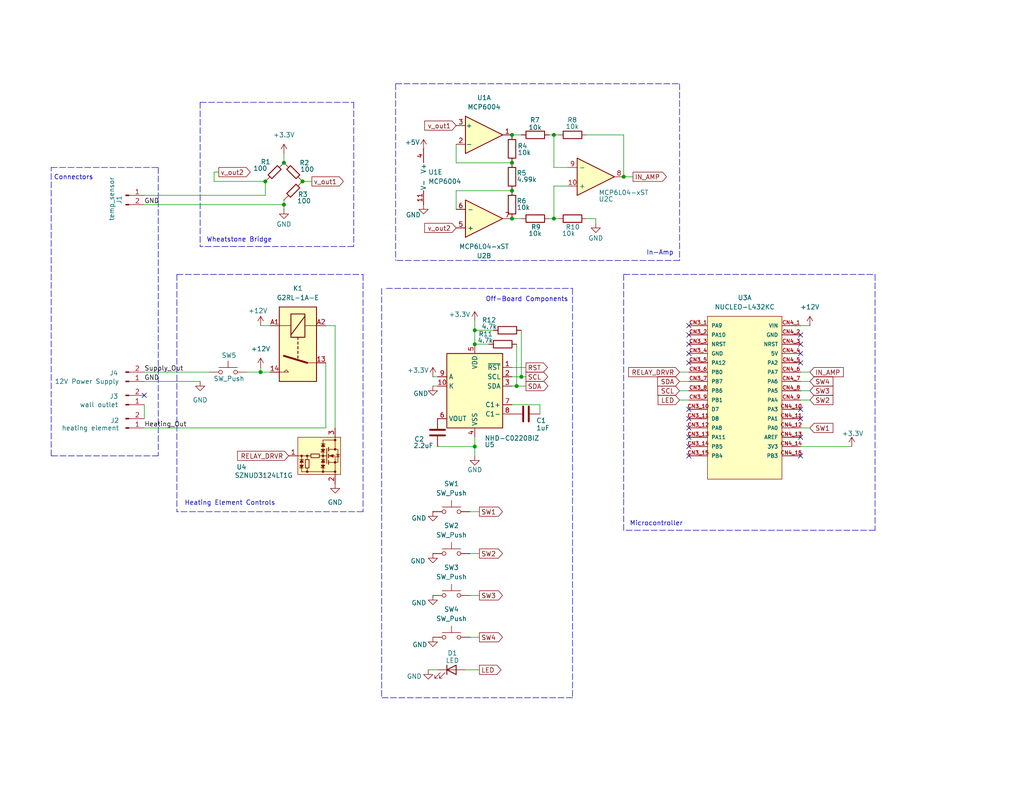
<source format=kicad_sch>
(kicad_sch (version 20250114) (generator "eeschema") (generator_version "9.0")
  (paper "A")
  (title_block (title "OvenBoard Schematic") (date "2026-01-28") (rev "1.0") (company "Formula Slug") (comment 1 "Maitreyi Patel"))
  (lib_symbols
    (symbol "Amplifier_Operational:MCP6004" (pin_names (offset 0.127))
      (property "Reference" "U" (at 0 5.08 0))
      (property "Value" "MCP6004" (at 0 -5.08 0))
      (symbol "MCP6004_1_1"
        (polyline (pts (xy -5.08 5.08) (xy 5.08 0) (xy -5.08 -5.08) (xy -5.08 5.08)) (stroke (width 0.254)) (fill (type background)))
        (pin input line (at -7.62 2.54 0) (length 2.54) (name "+") (number "3"))
        (pin input line (at -7.62 -2.54 0) (length 2.54) (name "-") (number "2"))
        (pin output line (at 7.62 0 180) (length 2.54) (name "~") (number "1"))
      )
      (symbol "MCP6004_2_1"
        (polyline (pts (xy -5.08 5.08) (xy 5.08 0) (xy -5.08 -5.08) (xy -5.08 5.08)) (stroke (width 0.254)) (fill (type background)))
        (pin input line (at -7.62 2.54 0) (length 2.54) (name "+") (number "5"))
        (pin input line (at -7.62 -2.54 0) (length 2.54) (name "-") (number "6"))
        (pin output line (at 7.62 0 180) (length 2.54) (name "~") (number "7"))
      )
      (symbol "MCP6004_3_1"
        (polyline (pts (xy -5.08 5.08) (xy 5.08 0) (xy -5.08 -5.08) (xy -5.08 5.08)) (stroke (width 0.254)) (fill (type background)))
        (pin input line (at -7.62 2.54 0) (length 2.54) (name "+") (number "10"))
        (pin input line (at -7.62 -2.54 0) (length 2.54) (name "-") (number "9"))
        (pin output line (at 7.62 0 180) (length 2.54) (name "~") (number "8"))
      )
      (symbol "MCP6004_4_1"
        (polyline (pts (xy -5.08 5.08) (xy 5.08 0) (xy -5.08 -5.08) (xy -5.08 5.08)) (stroke (width 0.254)) (fill (type background)))
        (pin input line (at -7.62 2.54 0) (length 2.54) (name "+") (number "12"))
        (pin input line (at -7.62 -2.54 0) (length 2.54) (name "-") (number "13"))
        (pin output line (at 7.62 0 180) (length 2.54) (name "~") (number "14"))
      )
      (symbol "MCP6004_5_1"
        (pin power_in line (at -2.54 7.62 270) (length 3.81) (name "V+") (number "4"))
        (pin power_in line (at -2.54 -7.62 90) (length 3.81) (name "V-") (number "11"))
      )
    )
    (symbol "Amplifier_Operational:MCP6L04-xST"
      (property "Reference" "U" (at 0 3.81 0))
      (property "Value" "MCP6L04-xST" (at 0 -3.81 0))
      (symbol "MCP6L04-xST_1_1"
        (polyline (pts (xy -5.08 5.08) (xy 5.08 0) (xy -5.08 -5.08) (xy -5.08 5.08)) (stroke (width 0.254)) (fill (type background)))
        (pin input line (at -7.62 2.54 0) (length 2.54) (name "+") (number "3"))
        (pin input line (at -7.62 -2.54 0) (length 2.54) (name "-") (number "2"))
        (pin output line (at 7.62 0 180) (length 2.54) (name "~") (number "1"))
      )
      (symbol "MCP6L04-xST_2_1"
        (polyline (pts (xy -5.08 5.08) (xy 5.08 0) (xy -5.08 -5.08) (xy -5.08 5.08)) (stroke (width 0.254)) (fill (type background)))
        (pin input line (at -7.62 2.54 0) (length 2.54) (name "+") (number "5"))
        (pin input line (at -7.62 -2.54 0) (length 2.54) (name "-") (number "6"))
        (pin output line (at 7.62 0 180) (length 2.54) (name "~") (number "7"))
      )
      (symbol "MCP6L04-xST_3_1"
        (polyline (pts (xy -5.08 5.08) (xy 5.08 0) (xy -5.08 -5.08) (xy -5.08 5.08)) (stroke (width 0.254)) (fill (type background)))
        (pin input line (at -7.62 2.54 0) (length 2.54) (name "+") (number "10"))
        (pin input line (at -7.62 -2.54 0) (length 2.54) (name "-") (number "9"))
        (pin output line (at 7.62 0 180) (length 2.54) (name "~") (number "8"))
      )
      (symbol "MCP6L04-xST_4_1"
        (polyline (pts (xy -5.08 5.08) (xy 5.08 0) (xy -5.08 -5.08) (xy -5.08 5.08)) (stroke (width 0.254)) (fill (type background)))
        (pin input line (at -7.62 2.54 0) (length 2.54) (name "+") (number "12"))
        (pin input line (at -7.62 -2.54 0) (length 2.54) (name "-") (number "13"))
        (pin output line (at 7.62 0 180) (length 2.54) (name "~") (number "14"))
      )
      (symbol "MCP6L04-xST_5_1"
        (pin power_in line (at -2.54 7.62 270) (length 3.81) (name "V+") (number "4"))
        (pin power_in line (at -2.54 -7.62 90) (length 3.81) (name "V-") (number "11"))
      )
    )
    (symbol "Connector:Conn_01x02_Pin" (pin_names (offset 1.016) (hide yes))
      (property "Reference" "J" (at 0 2.54 0))
      (property "Value" "Conn_01x02_Pin" (at 0 -5.08 0))
      (symbol "Conn_01x02_Pin_1_1"
        (rectangle (start 0.8636 0.127) (end 0 -0.127) (stroke (width 0.1524)) (fill (type outline)))
        (rectangle (start 0.8636 -2.413) (end 0 -2.667) (stroke (width 0.1524)) (fill (type outline)))
        (polyline (pts (xy 1.27 0) (xy 0.8636 0)) (stroke (width 0.1524)))
        (polyline (pts (xy 1.27 -2.54) (xy 0.8636 -2.54)) (stroke (width 0.1524)))
        (pin passive line (at 5.08 0 180) (length 3.81) (name "Pin_1") (number "1"))
        (pin passive line (at 5.08 -2.54 180) (length 3.81) (name "Pin_2") (number "2"))
      )
    )
    (symbol "Device:C" (pin_numbers (hide yes)) (pin_names (offset 0.254))
      (property "Reference" "C" (at 0.635 2.54 0))
      (property "Value" "C" (at 0.635 -2.54 0))
      (symbol "C_0_1"
        (polyline (pts (xy -2.032 0.762) (xy 2.032 0.762)) (stroke (width 0.508)))
        (polyline (pts (xy -2.032 -0.762) (xy 2.032 -0.762)) (stroke (width 0.508)))
      )
      (symbol "C_1_1"
        (pin passive line (at 0 3.81 270) (length 2.794) (name "~") (number "1"))
        (pin passive line (at 0 -3.81 90) (length 2.794) (name "~") (number "2"))
      )
    )
    (symbol "Device:LED" (pin_numbers (hide yes)) (pin_names (offset 1.016) (hide yes))
      (property "Reference" "D" (at 0 2.54 0))
      (property "Value" "LED" (at 0 -2.54 0))
      (symbol "LED_0_1"
        (polyline (pts (xy -3.048 -0.762) (xy -4.572 -2.286) (xy -3.81 -2.286) (xy -4.572 -2.286) (xy -4.572 -1.524)))
        (polyline (pts (xy -1.778 -0.762) (xy -3.302 -2.286) (xy -2.54 -2.286) (xy -3.302 -2.286) (xy -3.302 -1.524)))
        (polyline (pts (xy -1.27 0) (xy 1.27 0)))
        (polyline (pts (xy -1.27 -1.27) (xy -1.27 1.27)) (stroke (width 0.254)))
        (polyline (pts (xy 1.27 -1.27) (xy 1.27 1.27) (xy -1.27 0) (xy 1.27 -1.27)) (stroke (width 0.254)))
      )
      (symbol "LED_1_1"
        (pin passive line (at -3.81 0 0) (length 2.54) (name "K") (number "1"))
        (pin passive line (at 3.81 0 180) (length 2.54) (name "A") (number "2"))
      )
    )
    (symbol "Device:R" (pin_numbers (hide yes)) (pin_names (offset 0))
      (property "Reference" "R" (at 2.032 0 90))
      (property "Value" "R" (at 0 0 90))
      (symbol "R_0_1"
        (rectangle (start -1.016 -2.54) (end 1.016 2.54) (stroke (width 0.254)))
      )
      (symbol "R_1_1"
        (pin passive line (at 0 3.81 270) (length 1.27) (name "~") (number "1"))
        (pin passive line (at 0 -3.81 90) (length 1.27) (name "~") (number "2"))
      )
    )
    (symbol "Device:R_45deg" (pin_numbers (hide yes)) (pin_names (offset 0))
      (property "Reference" "R" (at 5.08 2.54 0))
      (property "Value" "R_45deg" (at 8.255 0.635 0))
      (symbol "R_45deg_0_1"
        (polyline (pts (xy -2.54 2.54) (xy -1.27 1.27)))
        (polyline (pts (xy 1.27 -1.27) (xy 2.54 -2.54)))
      )
      (symbol "R_45deg_1_1"
        (polyline (pts (xy -1.778 0.762) (xy 0.762 -1.778) (xy 1.778 -0.762) (xy -0.762 1.778) (xy -1.778 0.762)) (stroke (width 0.254)))
        (pin passive line (at -2.54 2.54 0) (length 0) (name "~") (number "1"))
        (pin passive line (at 2.54 -2.54 180) (length 0) (name "~") (number "2"))
      )
    )
    (symbol "Display_Character:NHD-C0220BIZ"
      (property "Reference" "U5" (at 5.4454 -19.05 90))
      (property "Value" "NHD-C0220BIZ" (at 8.763 -11.557 0))
      (symbol "NHD-C0220BIZ_0_1"
        (rectangle (start -7.62 10.16) (end 7.62 -10.16) (stroke (width 0.254)) (fill (type background)))
      )
      (symbol "NHD-C0220BIZ_1_1"
        (pin passive line (at -10.16 3.81 0) (length 2.54) (name "A") (number "9"))
        (pin passive line (at -10.16 1.27 0) (length 2.54) (name "K") (number "10"))
        (pin passive line (at -10.16 -7.62 0) (length 2.54) (name "VOUT") (number "6"))
        (pin power_in line (at 0 12.7 270) (length 2.54) (name "VDD") (number "5"))
        (pin power_in line (at 0 -12.7 90) (length 2.54) (name "VSS") (number "4"))
        (pin input line (at 10.16 6.35 180) (length 2.54) (name "~{RST}") (number "1"))
        (pin input line (at 10.16 3.81 180) (length 2.54) (name "SCL") (number "2"))
        (pin bidirectional line (at 10.16 1.27 180) (length 2.54) (name "SDA") (number "3"))
        (pin passive line (at 10.16 -3.81 180) (length 2.54) (name "C1+") (number "7"))
        (pin passive line (at 10.16 -6.35 180) (length 2.54) (name "C1-") (number "8"))
      )
    )
    (symbol "FS_4_Global_Symbol_Library:NUCLEO-L432KC" (pin_names (offset 1.016))
      (property "Reference" "U" (at -10.16 18.034 0))
      (property "Value" "NUCLEO-L432KC" (at -7.62 -25.4 0))
      (symbol "NUCLEO-L432KC_1_0"
        (rectangle (start -10.16 17.78) (end 10.16 -26.67) (stroke (width 0.1524)) (fill (type background)))
        (pin bidirectional line (at -15.24 15.24 0) (length 5.08) (name "PA9") (number "CN3_1"))
        (pin bidirectional line (at -15.24 12.7 0) (length 5.08) (name "PA10") (number "CN3_2"))
        (pin bidirectional line (at -15.24 5.08 0) (length 5.08) (name "PA12") (number "CN3_5"))
        (pin bidirectional line (at -15.24 2.54 0) (length 5.08) (name "PB0") (number "CN3_6"))
        (pin bidirectional line (at -15.24 0 0) (length 5.08) (name "PB7") (number "CN3_7"))
        (pin bidirectional line (at -15.24 -2.54 0) (length 5.08) (name "PB6") (number "CN3_8"))
        (pin bidirectional line (at -15.24 -5.08 0) (length 5.08) (name "PB1") (number "CN3_9"))
        (pin bidirectional line (at -15.24 -12.7 0) (length 5.08) (name "PA8") (number "CN3_12"))
        (pin bidirectional line (at -15.24 -15.24 0) (length 5.08) (name "PA11") (number "CN3_13"))
        (pin bidirectional line (at -15.24 -17.78 0) (length 5.08) (name "PB5") (number "CN3_14"))
        (pin bidirectional line (at -15.24 -20.32 0) (length 5.08) (name "PB4") (number "CN3_15"))
      )
      (symbol "NUCLEO-L432KC_1_1"
        (pin bidirectional line (at -15.24 10.16 0) (length 5.08) (name "NRST") (number "CN3_3"))
        (pin power_in line (at -15.24 7.62 0) (length 5.08) (name "GND") (number "CN3_4"))
        (pin bidirectional line (at -15.24 -7.62 0) (length 5.08) (name "D7") (number "CN3_10"))
        (pin bidirectional line (at -15.24 -10.16 0) (length 5.08) (name "D8") (number "CN3_11"))
        (pin power_in line (at 15.24 15.24 180) (length 5.08) (name "VIN") (number "CN4_1"))
        (pin power_in line (at 15.24 12.7 180) (length 5.08) (name "GND") (number "CN4_2"))
        (pin bidirectional line (at 15.24 10.16 180) (length 5.08) (name "NRST") (number "CN4_3"))
        (pin power_out line (at 15.24 7.62 180) (length 5.08) (name "5V") (number "CN4_4"))
        (pin bidirectional line (at 15.24 5.08 180) (length 5.08) (name "PA2") (number "CN4_5"))
        (pin bidirectional line (at 15.24 2.54 180) (length 5.08) (name "PA7") (number "CN4_6"))
        (pin bidirectional line (at 15.24 0 180) (length 5.08) (name "PA6") (number "CN4_7"))
        (pin bidirectional line (at 15.24 -2.54 180) (length 5.08) (name "PA5") (number "CN4_8"))
        (pin bidirectional line (at 15.24 -5.08 180) (length 5.08) (name "PA4") (number "CN4_9"))
        (pin bidirectional line (at 15.24 -7.62 180) (length 5.08) (name "PA3") (number "CN4_10"))
        (pin bidirectional line (at 15.24 -10.16 180) (length 5.08) (name "PA1") (number "CN4_11"))
        (pin bidirectional line (at 15.24 -12.7 180) (length 5.08) (name "PA0") (number "CN4_12"))
        (pin bidirectional line (at 15.24 -15.24 180) (length 5.08) (name "AREF") (number "CN4_13"))
        (pin power_out line (at 15.24 -17.78 180) (length 5.08) (name "3V3") (number "CN4_14"))
        (pin bidirectional line (at 15.24 -20.32 180) (length 5.08) (name "PB3") (number "CN4_15"))
      )
      (symbol "NUCLEO-L432KC_2_0"
        (rectangle (start -10.16 -17.78) (end 10.16 17.78) (stroke (width 0.1524)) (fill (type background)))
        (text "CN4" (at -10.16 18.542 0) (effects (font (size 1.778 1.778)) (justify left bottom)))
        (pin input line (at -15.24 7.62 0) (length 5.08) (name "VIN") (number "CN4_1"))
        (pin bidirectional line (at -15.24 2.54 0) (length 5.08) (name "NRST_CN4") (number "CN4_3"))
        (pin bidirectional line (at -15.24 -2.54 0) (length 5.08) (name "PA0") (number "CN4_12"))
        (pin bidirectional line (at -15.24 -5.08 0) (length 5.08) (name "PA1") (number "CN4_11"))
        (pin bidirectional line (at -15.24 -7.62 0) (length 5.08) (name "PA2") (number "CN4_5"))
        (pin bidirectional line (at -15.24 -10.16 0) (length 5.08) (name "PA3") (number "CN4_10"))
        (pin power_in line (at 15.24 15.24 180) (length 5.08) (name "+5V") (number "CN4_4"))
        (pin power_in line (at 15.24 12.7 180) (length 5.08) (name "+3V3") (number "CN4_14"))
        (pin bidirectional line (at 15.24 7.62 180) (length 5.08) (name "AREF") (number "CN4_13"))
        (pin bidirectional line (at 15.24 2.54 180) (length 5.08) (name "PB3") (number "CN4_15"))
        (pin bidirectional line (at 15.24 -2.54 180) (length 5.08) (name "PA4") (number "CN4_9"))
        (pin bidirectional line (at 15.24 -5.08 180) (length 5.08) (name "PA5") (number "CN4_8"))
        (pin bidirectional line (at 15.24 -7.62 180) (length 5.08) (name "PA6") (number "CN4_7"))
        (pin bidirectional line (at 15.24 -10.16 180) (length 5.08) (name "PA7") (number "CN4_6"))
        (pin power_in line (at 15.24 -15.24 180) (length 5.08) (name "GND_CN4") (number "CN4_2"))
      )
      (symbol "NUCLEO-L432KC_2_1"
        (pin bidirectional line (at 17.78 6.35 180) (length 5.08) (name "PA2") (number "-UB"))
      )
    )
    (symbol "FS_4_Global_Symbol_Library:SZNUD3124LT1G" (pin_names (offset 0.254))
      (property "Reference" "U" (at 3.302 0.762 0))
      (property "Value" "SZNUD3124LT1G" (at 10.414 -1.016 0))
      (symbol "SZNUD3124LT1G_0_1"
        (polyline (pts (xy -9.652 -2.54) (xy -9.144 -3.302) (xy -8.636 -2.54) (xy -9.652 -2.54)) (fill (type outline)))
        (polyline (pts (xy -9.652 -3.048) (xy -9.652 -3.302) (xy -8.636 -3.302)))
        (circle (center -9.144 0) (radius 0.254) (fill (type outline)))
        (polyline (pts (xy -9.144 -4.318) (xy -9.144 0)))
        (polyline (pts (xy -9.144 -4.318) (xy 0 -4.318)))
        (polyline (pts (xy -8.636 -1.27) (xy -8.636 -1.016) (xy -9.652 -1.016)))
        (polyline (pts (xy -8.636 -1.778) (xy -9.144 -1.016) (xy -9.652 -1.778) (xy -8.636 -1.778)) (fill (type outline)))
        (rectangle (start -8.128 -1.016) (end -7.112 -3.302) (stroke (width 0.2032)))
        (polyline (pts (xy -7.874 0) (xy -10.16 0)))
        (circle (center -7.62 0) (radius 0.254) (fill (type outline)))
        (polyline (pts (xy -7.62 0) (xy -7.62 -1.016)))
        (circle (center -7.62 -4.318) (radius 0.254) (fill (type outline)))
        (polyline (pts (xy -7.62 -4.318) (xy -7.62 -3.302)))
        (polyline (pts (xy -7.366 0) (xy -6.604 0)))
        (rectangle (start -6.604 0.508) (end -4.318 -0.508) (stroke (width 0.2032)))
        (polyline (pts (xy -3.81 1.778) (xy -3.302 1.016) (xy -2.794 1.778) (xy -3.81 1.778)) (fill (type outline)))
        (polyline (pts (xy -3.81 1.27) (xy -3.81 1.016) (xy -2.794 1.016)))
        (polyline (pts (xy -3.81 -2.54) (xy -3.302 -3.302) (xy -2.794 -2.54) (xy -3.81 -2.54)) (fill (type outline)))
        (polyline (pts (xy -3.81 -3.048) (xy -3.81 -3.302) (xy -2.794 -3.302)))
        (polyline (pts (xy -3.302 4.318) (xy 0 4.318)))
        (circle (center -3.302 0) (radius 0.254) (fill (type outline)))
        (polyline (pts (xy -3.302 0) (xy -3.302 4.318)))
        (polyline (pts (xy -3.302 -4.064) (xy -3.302 0.254)))
        (circle (center -3.302 -4.318) (radius 0.254) (fill (type outline)))
        (polyline (pts (xy -2.794 3.048) (xy -2.794 3.302) (xy -3.81 3.302)))
        (polyline (pts (xy -2.794 2.54) (xy -3.302 3.302) (xy -3.81 2.54) (xy -2.794 2.54)) (fill (type outline)))
        (polyline (pts (xy -2.794 -1.27) (xy -2.794 -1.016) (xy -3.81 -1.016)))
        (polyline (pts (xy -2.794 -1.778) (xy -3.302 -1.016) (xy -3.81 -1.778) (xy -2.794 -1.778)) (fill (type outline)))
        (polyline (pts (xy -2.286 0) (xy -4.318 0)))
        (polyline (pts (xy -1.778 2.286) (xy -1.778 1.27)) (stroke (width 0.254)))
        (polyline (pts (xy -1.778 0.508) (xy -1.778 -0.508)) (stroke (width 0.254)))
        (polyline (pts (xy -1.778 -1.27) (xy -1.778 -2.286)) (stroke (width 0.254)))
        (polyline (pts (xy -1.778 -1.778) (xy 0.762 -1.778) (xy 0.762 1.778) (xy -1.778 1.778)))
        (polyline (pts (xy -1.524 0) (xy -0.508 0.381) (xy -0.508 -0.381) (xy -1.524 0)) (fill (type outline)))
        (polyline (pts (xy 0 5.08) (xy 0 1.778)))
        (circle (center 0 4.318) (radius 0.254) (fill (type outline)))
        (circle (center 0 1.778) (radius 0.254) (fill (type outline)))
        (circle (center 0 -1.778) (radius 0.254) (fill (type outline)))
        (circle (center 0 -4.318) (radius 0.254) (fill (type outline)))
        (polyline (pts (xy 0 -5.08) (xy 0 0) (xy -1.778 0)))
        (polyline (pts (xy 0.254 0.508) (xy 0.381 0.381) (xy 1.143 0.381) (xy 1.27 0.254)))
        (polyline (pts (xy 0.762 0.381) (xy 0.381 -0.254) (xy 1.143 -0.254) (xy 0.762 0.381)))
      )
      (symbol "SZNUD3124LT1G_1_1"
        (rectangle (start -10.16 5.08) (end 1.524 -5.08) (fill (type background)))
        (polyline (pts (xy -2.286 2.032) (xy -2.286 -2.032)) (stroke (width 0.2032)))
        (pin input line (at -12.7 0 0) (length 2.54) (name "~") (number "1"))
        (pin unspecified line (at 0 7.62 270) (length 2.54) (name "~") (number "3"))
        (pin unspecified line (at 0 -7.62 90) (length 2.54) (name "~") (number "2"))
      )
    )
    (symbol "Relay:G2RL-1A-E"
      (property "Reference" "K" (at 11.43 3.81 0))
      (property "Value" "G2RL-1A-E" (at 11.43 1.27 0))
      (symbol "G2RL-1A-E_0_0"
        (polyline (pts (xy 7.62 5.08) (xy 7.62 2.54) (xy 6.985 3.175) (xy 7.62 3.81)))
      )
      (symbol "G2RL-1A-E_0_1"
        (rectangle (start -10.16 5.08) (end 10.16 -5.08) (stroke (width 0.254)) (fill (type background)))
        (rectangle (start -8.255 1.905) (end -1.905 -1.905) (stroke (width 0.254)))
        (polyline (pts (xy -7.62 -1.905) (xy -2.54 1.905)) (stroke (width 0.254)))
        (polyline (pts (xy -5.08 5.08) (xy -5.08 1.905)))
        (polyline (pts (xy -5.08 -5.08) (xy -5.08 -1.905)))
        (polyline (pts (xy -1.905 0) (xy -1.27 0)) (stroke (width 0.254)))
        (polyline (pts (xy -0.635 0) (xy 0 0)) (stroke (width 0.254)))
        (polyline (pts (xy 0.635 0) (xy 1.27 0)) (stroke (width 0.254)))
        (polyline (pts (xy 1.905 0) (xy 2.54 0)) (stroke (width 0.254)))
        (polyline (pts (xy 3.175 0) (xy 3.81 0)) (stroke (width 0.254)))
        (polyline (pts (xy 5.08 -2.54) (xy 3.175 3.81)) (stroke (width 0.508)))
        (polyline (pts (xy 5.08 -2.54) (xy 5.08 -5.08)))
      )
      (symbol "G2RL-1A-E_1_1"
        (pin passive line (at -5.08 7.62 270) (length 2.54) (name "~") (number "A1"))
        (pin passive line (at -5.08 -7.62 90) (length 2.54) (name "~") (number "A2"))
        (pin passive line (at 5.08 -7.62 90) (length 2.54) (name "~") (number "13"))
        (pin passive line (at 7.62 7.62 270) (length 2.54) (name "~") (number "14"))
      )
    )
    (symbol "Switch:SW_Push" (pin_numbers (hide yes)) (pin_names (offset 1.016) (hide yes))
      (property "Reference" "SW" (at 1.27 2.54 0))
      (property "Value" "SW_Push" (at 0 -1.524 0))
      (symbol "SW_Push_0_1"
        (circle (center -2.032 0) (radius 0.508))
        (polyline (pts (xy 0 1.27) (xy 0 3.048)))
        (circle (center 2.032 0) (radius 0.508))
        (polyline (pts (xy 2.54 1.27) (xy -2.54 1.27)))
        (pin passive line (at -5.08 0 0) (length 2.54) (name "1") (number "1"))
        (pin passive line (at 5.08 0 180) (length 2.54) (name "2") (number "2"))
      )
    )
    (symbol "power:+12V" (power) (pin_numbers (hide yes)) (pin_names (offset 0) (hide yes))
      (property "Value" "+12V" (at 0 3.556 0))
      (symbol "+12V_0_1"
        (polyline (pts (xy -0.762 1.27) (xy 0 2.54)))
        (polyline (pts (xy 0 2.54) (xy 0.762 1.27)))
        (polyline (pts (xy 0 0) (xy 0 2.54)))
      )
      (symbol "+12V_1_1"
        (pin power_in line (at 0 0 90) (length 0) (name "~") (number "1"))
      )
    )
    (symbol "power:+3.3V" (power) (pin_numbers (hide yes)) (pin_names (offset 0) (hide yes))
      (property "Value" "+3.3V" (at 0 3.556 0))
      (symbol "+3.3V_0_1"
        (polyline (pts (xy -0.762 1.27) (xy 0 2.54)))
        (polyline (pts (xy 0 2.54) (xy 0.762 1.27)))
        (polyline (pts (xy 0 0) (xy 0 2.54)))
      )
      (symbol "+3.3V_1_1"
        (pin power_in line (at 0 0 90) (length 0) (name "~") (number "1"))
      )
    )
    (symbol "power:+3V3" (power) (pin_numbers (hide yes)) (pin_names (offset 0) (hide yes))
      (property "Value" "+3V3" (at 0 3.556 0))
      (symbol "+3V3_0_1"
        (polyline (pts (xy -0.762 1.27) (xy 0 2.54)))
        (polyline (pts (xy 0 2.54) (xy 0.762 1.27)))
        (polyline (pts (xy 0 0) (xy 0 2.54)))
      )
      (symbol "+3V3_1_1"
        (pin power_in line (at 0 0 90) (length 0) (name "~") (number "1"))
      )
    )
    (symbol "power:GND" (power) (pin_numbers (hide yes)) (pin_names (offset 0) (hide yes))
      (property "Value" "GND" (at 0 -3.81 0))
      (symbol "GND_0_1"
        (polyline (pts (xy 0 0) (xy 0 -1.27) (xy 1.27 -1.27) (xy 0 -2.54) (xy -1.27 -1.27) (xy 0 -1.27)))
      )
      (symbol "GND_1_1"
        (pin power_in line (at 0 0 270) (length 0) (name "~") (number "1"))
      )
    )
  )
  (text "Connectors" (at 20.066 48.514 0) (effects (font (size 1.27 1.27))))
  (text "Microcontroller" (at 179.07 143.002 0) (effects (font (size 1.27 1.27))))
  (text "Heating Element Controls" (at 62.738 137.414 0) (effects (font (size 1.27 1.27))))
  (text "Wheatstone Bridge\n" (at 65.278 65.532 0) (effects (font (size 1.27 1.27))))
  (text "In-Amp" (at 180.086 69.088 0) (effects (font (size 1.27 1.27))))
  (text "Off-Board Components" (at 143.764 81.788 0) (effects (font (size 1.27 1.27))))
  (junction (at 129.54 93.98))
  (junction (at 72.39 49.53))
  (junction (at 151.13 36.83))
  (junction (at 77.47 44.45))
  (junction (at 140.97 105.41))
  (junction (at 142.24 102.87))
  (junction (at 170.18 48.26))
  (junction (at 82.55 49.53))
  (junction (at 77.47 55.88))
  (junction (at 71.12 101.6))
  (junction (at 139.7 59.69))
  (junction (at 129.54 90.17))
  (junction (at 139.7 44.45))
  (junction (at 139.7 36.83))
  (junction (at 139.7 52.07))
  (junction (at 129.54 121.92))
  (junction (at 151.13 59.69))
  (no_connect (at 218.44 93.98))
  (no_connect (at 218.44 91.44))
  (no_connect (at 218.44 119.38))
  (no_connect (at 187.96 111.76))
  (no_connect (at 187.96 114.3))
  (no_connect (at 187.96 93.98))
  (no_connect (at 218.44 114.3))
  (no_connect (at 218.44 111.76))
  (no_connect (at 187.96 91.44))
  (no_connect (at 187.96 88.9))
  (no_connect (at 187.96 96.52))
  (no_connect (at 39.37 107.95))
  (no_connect (at 218.44 124.46))
  (no_connect (at 187.96 119.38))
  (no_connect (at 218.44 99.06))
  (no_connect (at 187.96 121.92))
  (no_connect (at 187.96 124.46))
  (no_connect (at 187.96 99.06))
  (no_connect (at 187.96 116.84))
  (no_connect (at 218.44 96.52))
  (wire (pts (xy 39.37 116.84) (xy 88.9 116.84)))
  (wire (pts (xy 119.38 121.92) (xy 129.54 121.92)))
  (wire (pts (xy 154.94 50.8) (xy 151.13 50.8)))
  (wire (pts (xy 82.55 49.53) (xy 85.09 49.53)))
  (wire (pts (xy 127 182.88) (xy 130.81 182.88)))
  (wire (pts (xy 218.44 88.9) (xy 220.98 88.9)))
  (polyline (pts (xy 170.18 144.78) (xy 170.18 135.89)) (stroke (width 0) (type dash)))
  (polyline (pts (xy 238.76 144.78) (xy 170.18 144.78)) (stroke (width 0) (type dash)))
  (polyline (pts (xy 238.76 74.93) (xy 238.76 144.78)) (stroke (width 0) (type dash)))
  (polyline (pts (xy 96.52 27.94) (xy 96.52 67.31)) (stroke (width 0) (type dash)))
  (polyline (pts (xy 54.61 27.94) (xy 96.52 27.94)) (stroke (width 0) (type dash)))
  (wire (pts (xy 77.47 41.91) (xy 77.47 44.45)))
  (polyline (pts (xy 156.21 190.5) (xy 104.14 190.5)) (stroke (width 0) (type dash)))
  (polyline (pts (xy 43.18 45.72) (xy 43.18 124.46)) (stroke (width 0) (type dash)))
  (wire (pts (xy 151.13 45.72) (xy 151.13 36.83)))
  (polyline (pts (xy 48.26 74.93) (xy 99.06 74.93)) (stroke (width 0) (type dash)))
  (polyline (pts (xy 107.95 22.86) (xy 185.42 22.86)) (stroke (width 0) (type dash)))
  (wire (pts (xy 139.7 102.87) (xy 142.24 102.87)))
  (wire (pts (xy 88.9 88.9) (xy 91.44 88.9)))
  (polyline (pts (xy 13.97 45.72) (xy 43.18 45.72)) (stroke (width 0) (type dash)))
  (wire (pts (xy 160.02 59.69) (xy 162.56 59.69)))
  (wire (pts (xy 139.7 110.49) (xy 147.32 110.49)))
  (wire (pts (xy 130.81 173.99) (xy 128.27 173.99)))
  (wire (pts (xy 154.94 45.72) (xy 151.13 45.72)))
  (wire (pts (xy 72.39 53.34) (xy 72.39 49.53)))
  (polyline (pts (xy 96.52 67.31) (xy 54.61 67.31)) (stroke (width 0) (type dash)))
  (wire (pts (xy 129.54 121.92) (xy 129.54 119.38)))
  (wire (pts (xy 151.13 59.69) (xy 152.4 59.69)))
  (wire (pts (xy 39.37 53.34) (xy 72.39 53.34)))
  (wire (pts (xy 88.9 116.84) (xy 88.9 99.06)))
  (wire (pts (xy 170.18 36.83) (xy 170.18 48.26)))
  (polyline (pts (xy 170.18 74.93) (xy 170.18 135.89)) (stroke (width 0) (type dash)))
  (wire (pts (xy 139.7 36.83) (xy 142.24 36.83)))
  (polyline (pts (xy 170.18 74.93) (xy 238.76 74.93)) (stroke (width 0) (type dash)))
  (wire (pts (xy 218.44 121.92) (xy 232.41 121.92)))
  (polyline (pts (xy 48.26 74.93) (xy 48.26 139.7)) (stroke (width 0) (type dash)))
  (wire (pts (xy 151.13 50.8) (xy 151.13 59.69)))
  (wire (pts (xy 129.54 90.17) (xy 129.54 93.98)))
  (wire (pts (xy 71.12 100.33) (xy 71.12 101.6)))
  (polyline (pts (xy 105.41 78.74) (xy 156.21 78.74)) (stroke (width 0) (type dash)))
  (wire (pts (xy 185.42 106.68) (xy 187.96 106.68)))
  (polyline (pts (xy 156.21 78.74) (xy 156.21 190.5)) (stroke (width 0) (type dash)))
  (wire (pts (xy 185.42 101.6) (xy 187.96 101.6)))
  (wire (pts (xy 142.24 90.17) (xy 142.24 102.87)))
  (wire (pts (xy 129.54 93.98) (xy 133.35 93.98)))
  (polyline (pts (xy 185.42 22.86) (xy 185.42 71.12)) (stroke (width 0) (type dash)))
  (wire (pts (xy 129.54 87.63) (xy 129.54 90.17)))
  (polyline (pts (xy 104.14 78.74) (xy 104.14 190.5)) (stroke (width 0) (type dash)))
  (wire (pts (xy 149.86 36.83) (xy 151.13 36.83)))
  (wire (pts (xy 162.56 59.69) (xy 162.56 60.96)))
  (wire (pts (xy 71.12 101.6) (xy 67.31 101.6)))
  (polyline (pts (xy 107.95 22.86) (xy 107.95 71.12)) (stroke (width 0) (type dash)))
  (wire (pts (xy 124.46 44.45) (xy 139.7 44.45)))
  (wire (pts (xy 139.7 59.69) (xy 142.24 59.69)))
  (wire (pts (xy 151.13 36.83) (xy 152.4 36.83)))
  (wire (pts (xy 139.7 105.41) (xy 140.97 105.41)))
  (wire (pts (xy 77.47 57.15) (xy 77.47 55.88)))
  (wire (pts (xy 160.02 36.83) (xy 170.18 36.83)))
  (wire (pts (xy 124.46 39.37) (xy 124.46 44.45)))
  (wire (pts (xy 71.12 88.9) (xy 73.66 88.9)))
  (wire (pts (xy 140.97 93.98) (xy 140.97 105.41)))
  (wire (pts (xy 218.44 104.14) (xy 220.98 104.14)))
  (wire (pts (xy 118.11 105.41) (xy 119.38 105.41)))
  (polyline (pts (xy 185.42 71.12) (xy 107.95 71.12)) (stroke (width 0) (type dash)))
  (wire (pts (xy 124.46 52.07) (xy 139.7 52.07)))
  (wire (pts (xy 218.44 116.84) (xy 220.98 116.84)))
  (wire (pts (xy 185.42 109.22) (xy 187.96 109.22)))
  (wire (pts (xy 59.69 46.99) (xy 58.42 46.99)))
  (polyline (pts (xy 13.97 124.46) (xy 13.97 45.72)) (stroke (width 0) (type dash)))
  (wire (pts (xy 170.18 48.26) (xy 172.72 48.26)))
  (wire (pts (xy 130.81 151.13) (xy 128.27 151.13)))
  (wire (pts (xy 39.37 55.88) (xy 77.47 55.88)))
  (wire (pts (xy 58.42 46.99) (xy 58.42 49.53)))
  (wire (pts (xy 130.81 162.56) (xy 128.27 162.56)))
  (polyline (pts (xy 54.61 27.94) (xy 54.61 67.31)) (stroke (width 0) (type dash)))
  (wire (pts (xy 140.97 105.41) (xy 143.51 105.41)))
  (wire (pts (xy 147.32 110.49) (xy 147.32 113.03)))
  (wire (pts (xy 149.86 59.69) (xy 151.13 59.69)))
  (wire (pts (xy 218.44 106.68) (xy 220.98 106.68)))
  (wire (pts (xy 58.42 49.53) (xy 72.39 49.53)))
  (wire (pts (xy 91.44 88.9) (xy 91.44 116.84)))
  (wire (pts (xy 142.24 102.87) (xy 143.51 102.87)))
  (polyline (pts (xy 99.06 74.93) (xy 99.06 139.7)) (stroke (width 0) (type dash)))
  (wire (pts (xy 139.7 100.33) (xy 143.51 100.33)))
  (polyline (pts (xy 43.18 124.46) (xy 13.97 124.46)) (stroke (width 0) (type dash)))
  (wire (pts (xy 185.42 104.14) (xy 187.96 104.14)))
  (wire (pts (xy 218.44 101.6) (xy 220.98 101.6)))
  (wire (pts (xy 130.81 139.7) (xy 128.27 139.7)))
  (wire (pts (xy 39.37 101.6) (xy 57.15 101.6)))
  (wire (pts (xy 39.37 110.49) (xy 39.37 114.3)))
  (polyline (pts (xy 99.06 139.7) (xy 48.26 139.7)) (stroke (width 0) (type dash)))
  (wire (pts (xy 124.46 57.15) (xy 124.46 52.07)))
  (wire (pts (xy 116.84 182.88) (xy 119.38 182.88)))
  (wire (pts (xy 129.54 124.46) (xy 129.54 121.92)))
  (wire (pts (xy 129.54 90.17) (xy 134.62 90.17)))
  (wire (pts (xy 118.11 102.87) (xy 119.38 102.87)))
  (wire (pts (xy 39.37 104.14) (xy 54.61 104.14)))
  (wire (pts (xy 77.47 55.88) (xy 77.47 54.61)))
  (wire (pts (xy 73.66 101.6) (xy 71.12 101.6)))
  (wire (pts (xy 218.44 109.22) (xy 220.98 109.22)))
  (label "Supply_Out" (at 39.37 101.6 0))
  (label "Heating_Out" (at 39.37 116.84 0))
  (label "GND" (at 39.37 104.14 0))
  (label "GND" (at 39.37 55.88 0))
  (global_label "SW4" (shape output) (at 130.81 173.99 0) (property "Intersheetrefs" "${INTERSHEET_REFS}" (effects (hide yes))))
  (global_label "SCL" (shape input) (at 185.42 106.68 180) (property "Intersheetrefs" "${INTERSHEET_REFS}" (effects (hide yes))))
  (global_label "SCL" (shape output) (at 143.51 102.87 0) (property "Intersheetrefs" "${INTERSHEET_REFS}" (effects (hide yes))))
  (global_label "LED" (shape input) (at 185.42 109.22 180) (property "Intersheetrefs" "${INTERSHEET_REFS}" (effects (hide yes))))
  (global_label "SW1" (shape input) (at 220.98 116.84 0) (property "Intersheetrefs" "${INTERSHEET_REFS}" (effects (hide yes))))
  (global_label "SW2" (shape output) (at 130.81 151.13 0) (property "Intersheetrefs" "${INTERSHEET_REFS}" (effects (hide yes))))
  (global_label "v_out1" (shape input) (at 124.46 34.29 180) (property "Intersheetrefs" "${INTERSHEET_REFS}" (effects (hide yes))))
  (global_label "SW3" (shape output) (at 130.81 162.56 0) (property "Intersheetrefs" "${INTERSHEET_REFS}" (effects (hide yes))))
  (global_label "LED" (shape output) (at 130.81 182.88 0) (property "Intersheetrefs" "${INTERSHEET_REFS}" (effects (hide yes))))
  (global_label "SW2" (shape input) (at 220.98 109.22 0) (property "Intersheetrefs" "${INTERSHEET_REFS}" (effects (hide yes))))
  (global_label "IN_AMP" (shape output) (at 172.72 48.26 0) (property "Intersheetrefs" "${INTERSHEET_REFS}" (effects (hide yes))))
  (global_label "SDA" (shape output) (at 143.51 105.41 0) (property "Intersheetrefs" "${INTERSHEET_REFS}" (effects (hide yes))))
  (global_label "SW1" (shape output) (at 130.81 139.7 0) (property "Intersheetrefs" "${INTERSHEET_REFS}" (effects (hide yes))))
  (global_label "v_out2" (shape input) (at 124.46 62.23 180) (property "Intersheetrefs" "${INTERSHEET_REFS}" (effects (hide yes))))
  (global_label "SDA" (shape input) (at 185.42 104.14 180) (property "Intersheetrefs" "${INTERSHEET_REFS}" (effects (hide yes))))
  (global_label "v_out2" (shape output) (at 59.69 46.99 0) (property "Intersheetrefs" "${INTERSHEET_REFS}" (effects (hide yes))))
  (global_label "v_out1" (shape output) (at 85.09 49.53 0) (property "Intersheetrefs" "${INTERSHEET_REFS}" (effects (hide yes))))
  (global_label "RELAY_DRVR" (shape input) (at 185.42 101.6 180) (property "Intersheetrefs" "${INTERSHEET_REFS}" (effects (hide yes))))
  (global_label "SW4" (shape input) (at 220.98 104.14 0) (property "Intersheetrefs" "${INTERSHEET_REFS}" (effects (hide yes))))
  (global_label "RST" (shape output) (at 143.51 100.33 0) (property "Intersheetrefs" "${INTERSHEET_REFS}" (effects (hide yes))))
  (global_label "IN_AMP" (shape input) (at 220.98 101.6 0) (property "Intersheetrefs" "${INTERSHEET_REFS}" (effects (hide yes))))
  (global_label "SW3" (shape input) (at 220.98 106.68 0) (property "Intersheetrefs" "${INTERSHEET_REFS}" (effects (hide yes))))
  (global_label "RELAY_DRVR" (shape input) (at 78.74 124.46 180) (property "Intersheetrefs" "${INTERSHEET_REFS}" (effects (hide yes))))
  (symbol (lib_id "Device:R") (at 146.05 36.83 90) (unit 1)
    (property "Reference" "R7" (at 147.32 32.766 90) (effects (justify left)))
    (property "Value" "10k" (at 147.828 34.798 90) (effects (justify left)))
    (property "Description" "Resistor" (effects (hide yes)))
  )
  (symbol (lib_id "Device:R_45deg") (at 80.01 52.07 270) (unit 1)
    (property "Reference" "R3" (at 81.28 53.086 90) (effects (justify left)))
    (property "Value" "100" (at 81.026 54.864 90) (effects (justify left)))
    (property "Description" "Resistor, rotated by 45°" (effects (hide yes)))
  )
  (symbol (lib_id "Amplifier_Operational:MCP6L04-xST") (at 132.08 59.69 0) (mirror x) (unit 2)
    (property "Reference" "U2" (at 132.08 69.85 0))
    (property "Value" "MCP6L04-xST" (at 132.08 67.31 0))
    (property "Footprint" "Package_SO:TSSOP-14_4.4x5mm_P0.65mm" (effects (hide yes)))
    (property "Datasheet" "http://ww1.microchip.com/downloads/en/devicedoc/22140b.pdf" (effects (hide yes)))
    (property "Description" "Quad, 1 MHz, 85µA, Rail-to-Rail input and output, TSSOP-14" (effects (hide yes)))
  )
  (symbol (lib_id "power:+12V") (at 71.12 100.33 0) (unit 1)
    (property "Reference" "#PWR013" (effects (hide yes)))
    (property "Value" "+12V" (at 71.12 95.25 0))
    (property "Description" "Power symbol creates a global label with name \"+12V\"" (effects (hide yes)))
  )
  (symbol (lib_id "Connector:Conn_01x02_Pin") (at 34.29 53.34 0) (unit 1)
    (property "Reference" "J1" (at 32.512 53.34 90) (effects (justify right)))
    (property "Value" "temp_sensor" (at 30.48 48.26 90) (effects (justify right)))
    (property "Description" "Generic connector, single row, 01x02, script generated" (effects (hide yes)))
  )
  (symbol (lib_id "Device:R") (at 139.7 48.26 0) (unit 1)
    (property "Reference" "R5" (at 140.97 47.244 0) (effects (justify left)))
    (property "Value" "4.99k" (at 140.97 49.022 0) (effects (justify left)))
    (property "Description" "Resistor" (effects (hide yes)))
  )
  (symbol (lib_id "power:GND") (at 91.44 132.08 0) (unit 1)
    (property "Reference" "#PWR05" (effects (hide yes)))
    (property "Value" "GND" (at 91.44 137.16 0))
    (property "Description" "Power symbol creates a global label with name \"GND\" , ground" (effects (hide yes)))
  )
  (symbol (lib_id "FS_4_Global_Symbol_Library:NUCLEO-L432KC") (at 203.2 104.14 0) (unit 1)
    (property "Reference" "U3" (at 203.2 81.28 0))
    (property "Value" "NUCLEO-L432KC" (at 203.2 83.82 0))
    (property "Footprint" "FS_3_Global_Footprint_Library:NUCLEO-L432KC" (effects (hide yes)))
    (property "Description" "NUCLEO with 1 can bus and an STM 32 MCU" (effects (hide yes)))
    (property "PARTREV" "N/A" (effects (hide yes)))
    (property "STANDARD" "Manufacturer Recommendations" (effects (hide yes)))
    (property "MAXIMUM_PACKAGE_HEIGHT" "N/A" (effects (hide yes)))
    (property "MANUFACTURER" "ST Microelectronics" (effects (hide yes)))
  )
  (symbol (lib_id "power:+12V") (at 220.98 88.9 0) (unit 1)
    (property "Reference" "#PWR06" (effects (hide yes)))
    (property "Value" "+12V" (at 220.98 83.82 0))
    (property "Description" "Power symbol creates a global label with name \"+12V\"" (effects (hide yes)))
  )
  (symbol (lib_id "Device:R") (at 138.43 90.17 90) (unit 1)
    (property "Reference" "R12" (at 135.382 87.376 90) (effects (justify left)))
    (property "Value" "4.7k" (at 135.636 89.154 90) (effects (justify left)))
    (property "Description" "Resistor" (effects (hide yes)))
  )
  (symbol (lib_id "Connector:Conn_01x02_Pin") (at 34.29 104.14 0) (mirror x) (unit 1)
    (property "Reference" "J4" (at 32.258 101.854 0) (effects (justify right)))
    (property "Value" "12V Power Supply" (at 32.512 104.14 0) (effects (justify right)))
    (property "Description" "Generic connector, single row, 01x02, script generated" (effects (hide yes)))
  )
  (symbol (lib_id "Device:R") (at 156.21 59.69 90) (unit 1)
    (property "Reference" "R10" (at 158.242 61.976 90) (effects (justify left)))
    (property "Value" "10k" (at 156.972 63.754 90) (effects (justify left)))
    (property "Description" "Resistor" (effects (hide yes)))
  )
  (symbol (lib_id "power:+3.3V") (at 118.11 102.87 0) (unit 1)
    (property "Reference" "#PWR016" (effects (hide yes)))
    (property "Value" "+3.3V" (at 114.046 101.092 0))
    (property "Description" "Power symbol creates a global label with name \"+3.3V\"" (effects (hide yes)))
  )
  (symbol (lib_id "Device:R") (at 139.7 55.88 0) (unit 1)
    (property "Reference" "R6" (at 140.97 54.864 0) (effects (justify left)))
    (property "Value" "10k" (at 140.97 56.642 0) (effects (justify left)))
    (property "Description" "Resistor" (effects (hide yes)))
  )
  (symbol (lib_id "Device:LED") (at 123.19 182.88 0) (unit 1)
    (property "Reference" "D1" (at 123.444 178.308 0))
    (property "Value" "LED" (at 123.444 180.34 0))
    (property "Description" "Light emitting diode" (effects (hide yes)))
    (property "Sim.Pins" "1=K 2=A" (effects (hide yes)))
  )
  (symbol (lib_id "power:+3.3V") (at 129.54 87.63 0) (unit 1)
    (property "Reference" "#PWR015" (effects (hide yes)))
    (property "Value" "+3.3V" (at 122.428 85.852 0) (effects (justify left)))
    (property "Description" "Power symbol creates a global label with name \"+3.3V\"" (effects (hide yes)))
  )
  (symbol (lib_id "Switch:SW_Push") (at 62.23 101.6 0) (mirror y) (unit 1)
    (property "Reference" "SW5" (at 62.484 97.028 0))
    (property "Value" "SW_Push" (at 62.484 103.378 0))
    (property "Description" "Push button switch, generic, two pins" (effects (hide yes)))
  )
  (symbol (lib_id "power:GND") (at 115.57 55.88 0) (unit 1)
    (property "Reference" "#PWR019" (effects (hide yes)))
    (property "Value" "GND" (at 112.776 58.674 0))
    (property "Description" "Power symbol creates a global label with name \"GND\" , ground" (effects (hide yes)))
  )
  (symbol (lib_id "Device:R") (at 156.21 36.83 90) (unit 1)
    (property "Reference" "R8" (at 157.48 32.766 90) (effects (justify left)))
    (property "Value" "10k" (at 157.988 34.544 90) (effects (justify left)))
    (property "Description" "Resistor" (effects (hide yes)))
  )
  (symbol (lib_id "Device:C") (at 119.38 118.11 0) (unit 1)
    (property "Reference" "C2" (at 113.03 119.888 0) (effects (justify left)))
    (property "Value" "2.2uF" (at 112.776 121.666 0) (effects (justify left)))
    (property "Description" "Unpolarized capacitor" (effects (hide yes)))
  )
  (symbol (lib_id "power:+3.3V") (at 232.41 121.92 0) (unit 1)
    (property "Reference" "#PWR017" (effects (hide yes)))
    (property "Value" "+3.3V" (at 232.664 118.364 0))
    (property "Description" "Power symbol creates a global label with name \"+3.3V\"" (effects (hide yes)))
  )
  (symbol (lib_id "Display_Character:NHD-C0220BIZ") (at 129.54 106.68 0) (unit 1)
    (property "Reference" "U5" (at 133.604 121.412 0))
    (property "Value" "NHD-C0220BIZ" (at 139.7 119.634 0))
    (property "Footprint" "Display:NHD-C0220BiZ" (effects (hide yes)))
    (property "Datasheet" "http://www.newhavendisplay.com/specs/NHD-C0220BiZ-FSW-FBW-3V3M.pdf" (effects (hide yes)))
    (property "Description" "LCD 20x2 Alphanumeric 10pin Blue/White/Green Backlight, i2c, 3.3V VDD" (effects (hide yes)))
  )
  (symbol (lib_id "power:GND") (at 118.11 105.41 0) (unit 1)
    (property "Reference" "#PWR012" (effects (hide yes)))
    (property "Value" "GND" (at 114.808 107.442 0))
    (property "Description" "Power symbol creates a global label with name \"GND\" , ground" (effects (hide yes)))
  )
  (symbol (lib_id "power:GND") (at 77.47 57.15 0) (unit 1)
    (property "Reference" "#PWR2" (effects (hide yes)))
    (property "Value" "GND" (at 77.47 61.214 0))
    (property "Description" "Power symbol creates a global label with name \"GND\" , ground" (effects (hide yes)))
  )
  (symbol (lib_id "power:GND") (at 118.11 162.56 0) (mirror y) (unit 1)
    (property "Reference" "#PWR09" (effects (hide yes)))
    (property "Value" "GND" (at 114.3 164.592 0))
    (property "Description" "Power symbol creates a global label with name \"GND\" , ground" (effects (hide yes)))
  )
  (symbol (lib_id "power:+12V") (at 115.57 40.64 0) (unit 1)
    (property "Reference" "#PWR018" (effects (hide yes)))
    (property "Value" "+5V" (at 112.522 38.862 0))
    (property "Description" "Power symbol creates a global label with name \"+12V\"" (effects (hide yes)))
  )
  (symbol (lib_id "power:GND") (at 54.61 104.14 0) (mirror y) (unit 1)
    (property "Reference" "#PWR01" (effects (hide yes)))
    (property "Value" "GND" (at 54.61 109.22 0))
    (property "Description" "Power symbol creates a global label with name \"GND\" , ground" (effects (hide yes)))
  )
  (symbol (lib_id "power:GND") (at 118.11 173.99 0) (mirror y) (unit 1)
    (property "Reference" "#PWR010" (effects (hide yes)))
    (property "Value" "GND" (at 114.554 176.022 0))
    (property "Description" "Power symbol creates a global label with name \"GND\" , ground" (effects (hide yes)))
  )
  (symbol (lib_id "Connector:Conn_01x02_Pin") (at 34.29 116.84 0) (mirror x) (unit 1)
    (property "Reference" "J2" (at 32.512 114.808 0) (effects (justify right)))
    (property "Value" "heating element" (at 32.512 116.84 0) (effects (justify right)))
    (property "Description" "Generic connector, single row, 01x02, script generated" (effects (hide yes)))
  )
  (symbol (lib_id "Device:R") (at 139.7 40.64 0) (unit 1)
    (property "Reference" "R4" (at 141.224 39.878 0) (effects (justify left)))
    (property "Value" "10k" (at 141.224 41.656 0) (effects (justify left)))
    (property "Description" "Resistor" (effects (hide yes)))
  )
  (symbol (lib_id "Amplifier_Operational:MCP6L04-xST") (at 162.56 48.26 0) (mirror x) (unit 3)
    (property "Reference" "U2" (at 165.354 54.356 0))
    (property "Value" "MCP6L04-xST" (at 170.18 52.578 0))
    (property "Footprint" "Package_SO:TSSOP-14_4.4x5mm_P0.65mm" (effects (hide yes)))
    (property "Datasheet" "http://ww1.microchip.com/downloads/en/devicedoc/22140b.pdf" (effects (hide yes)))
    (property "Description" "Quad, 1 MHz, 85µA, Rail-to-Rail input and output, TSSOP-14" (effects (hide yes)))
  )
  (symbol (lib_id "power:GND") (at 118.11 151.13 0) (mirror y) (unit 1)
    (property "Reference" "#PWR08" (effects (hide yes)))
    (property "Value" "GND" (at 114.046 153.162 0))
    (property "Description" "Power symbol creates a global label with name \"GND\" , ground" (effects (hide yes)))
  )
  (symbol (lib_id "FS_4_Global_Symbol_Library:SZNUD3124LT1G") (at 91.44 124.46 0) (unit 1)
    (property "Reference" "U4" (at 64.516 127.508 0) (effects (justify left)))
    (property "Value" "SZNUD3124LT1G" (at 64.008 129.794 0) (effects (justify left)))
    (property "Footprint" "Package_TO_SOT_SMD:TSOT-23_HandSoldering" (effects (hide yes)))
    (property "Datasheet" "https://www.onsemi.com/pdf/datasheet/nud3124-d.pdf" (effects (hide yes)))
    (property "Description" "Relay Driver" (effects (hide yes)))
    (property "Digi PN" "SZNUD3124LT1GOSCT-ND" (effects (hide yes)))
    (property "Digi URL" "https://www.digikey.com/en/products/detail/onsemi/SZNUD3124LT1G/3063416" (effects (hide yes)))
    (property "MFG" "onsemi" (effects (hide yes)))
    (property "MFG PN" "SZNUD3124LT1G" (effects (hide yes)))
  )
  (symbol (lib_id "Device:R") (at 137.16 93.98 270) (unit 1)
    (property "Reference" "R11" (at 130.556 91.186 90) (effects (justify left)))
    (property "Value" "4.7k" (at 130.302 92.964 90) (effects (justify left)))
    (property "Description" "Resistor" (effects (hide yes)))
  )
  (symbol (lib_id "Switch:SW_Push") (at 123.19 139.7 0) (mirror y) (unit 1)
    (property "Reference" "SW1" (at 123.19 132.08 0))
    (property "Value" "SW_Push" (at 123.19 134.62 0))
    (property "Description" "Push button switch, generic, two pins" (effects (hide yes)))
  )
  (symbol (lib_id "Relay:G2RL-1A-E") (at 81.28 93.98 90) (mirror x) (unit 1)
    (property "Reference" "K1" (at 81.28 78.74 90))
    (property "Value" "G2RL-1A-E" (at 81.28 81.28 90))
    (property "Footprint" "Relay_THT:Relay_SPST_Omron_G2RL-1A-E" (effects (hide yes)))
    (property "Datasheet" "https://omronfs.omron.com/en_US/ecb/products/pdf/en-g2rl.pdf" (effects (hide yes)))
    (property "Description" "General Purpose Low Profile Relay SPST Through Hole High Capacity, Omron G2RL series, Normally Open, 16A 250VAC" (effects (hide yes)))
  )
  (symbol (lib_id "Device:R_45deg") (at 80.01 46.99 180) (unit 1)
    (property "Reference" "R2" (at 83.058 44.45 0))
    (property "Value" "100" (at 83.82 46.228 0))
    (property "Description" "Resistor, rotated by 45°" (effects (hide yes)))
  )
  (symbol (lib_id "Device:R_45deg") (at 74.93 46.99 90) (unit 1)
    (property "Reference" "R1" (at 71.12 44.196 90) (effects (justify right)))
    (property "Value" "100" (at 69.088 45.974 90) (effects (justify right)))
    (property "Description" "Resistor, rotated by 45°" (effects (hide yes)))
  )
  (symbol (lib_id "Switch:SW_Push") (at 123.19 173.99 0) (mirror y) (unit 1)
    (property "Reference" "SW4" (at 123.19 166.37 0))
    (property "Value" "SW_Push" (at 123.19 168.91 0))
    (property "Description" "Push button switch, generic, two pins" (effects (hide yes)))
  )
  (symbol (lib_id "Switch:SW_Push") (at 123.19 162.56 0) (mirror y) (unit 1)
    (property "Reference" "SW3" (at 123.19 154.94 0))
    (property "Value" "SW_Push" (at 123.19 157.48 0))
    (property "Description" "Push button switch, generic, two pins" (effects (hide yes)))
  )
  (symbol (lib_id "Amplifier_Operational:MCP6004") (at 118.11 48.26 0) (unit 5)
    (property "Reference" "U1" (at 116.84 46.9899 0) (effects (justify left)))
    (property "Value" "MCP6004" (at 116.84 49.5299 0) (effects (justify left)))
    (property "Datasheet" "http://ww1.microchip.com/downloads/en/DeviceDoc/21733j.pdf" (effects (hide yes)))
    (property "Description" "1MHz, Low-Power Op Amp, DIP-14/SOIC-14/TSSOP-14" (effects (hide yes)))
  )
  (symbol (lib_id "power:+3.3V") (at 77.47 41.91 0) (unit 1)
    (property "Reference" "#PWR014" (effects (hide yes)))
    (property "Value" "+3.3V" (at 77.47 36.83 0))
    (property "Description" "Power symbol creates a global label with name \"+3.3V\"" (effects (hide yes)))
  )
  (symbol (lib_id "Amplifier_Operational:MCP6004") (at 132.08 36.83 0) (unit 1)
    (property "Reference" "U1" (at 132.08 26.67 0))
    (property "Value" "MCP6004" (at 132.08 29.21 0))
    (property "Datasheet" "http://ww1.microchip.com/downloads/en/DeviceDoc/21733j.pdf" (effects (hide yes)))
    (property "Description" "1MHz, Low-Power Op Amp, DIP-14/SOIC-14/TSSOP-14" (effects (hide yes)))
  )
  (symbol (lib_id "power:GND") (at 162.56 60.96 0) (unit 1)
    (property "Reference" "#PWR4" (effects (hide yes)))
    (property "Value" "GND" (at 162.56 65.024 0))
    (property "Description" "Power symbol creates a global label with name \"GND\" , ground" (effects (hide yes)))
  )
  (symbol (lib_id "power:GND") (at 116.84 182.88 0) (unit 1)
    (property "Reference" "#PWR020" (effects (hide yes)))
    (property "Value" "GND" (at 113.03 184.658 0))
    (property "Description" "Power symbol creates a global label with name \"GND\" , ground" (effects (hide yes)))
  )
  (symbol (lib_id "Device:R") (at 146.05 59.69 90) (unit 1)
    (property "Reference" "R9" (at 147.574 61.976 90) (effects (justify left)))
    (property "Value" "10k" (at 147.828 63.754 90) (effects (justify left)))
    (property "Description" "Resistor" (effects (hide yes)))
  )
  (symbol (lib_id "power:GND") (at 118.11 139.7 0) (mirror y) (unit 1)
    (property "Reference" "#PWR07" (effects (hide yes)))
    (property "Value" "GND" (at 114.3 141.478 0))
    (property "Description" "Power symbol creates a global label with name \"GND\" , ground" (effects (hide yes)))
  )
  (symbol (lib_id "power:GND") (at 129.54 124.46 0) (unit 1)
    (property "Reference" "#PWR011" (effects (hide yes)))
    (property "Value" "GND" (at 129.54 128.27 0))
    (property "Description" "Power symbol creates a global label with name \"GND\" , ground" (effects (hide yes)))
  )
  (symbol (lib_id "Connector:Conn_01x02_Pin") (at 34.29 110.49 0) (mirror x) (unit 1)
    (property "Reference" "J3" (at 32.258 108.204 0) (effects (justify right)))
    (property "Value" "wall outlet" (at 32.258 110.49 0) (effects (justify right)))
    (property "Description" "Generic connector, single row, 01x02, script generated" (effects (hide yes)))
  )
  (symbol (lib_id "Device:C") (at 143.51 113.03 270) (unit 1)
    (property "Reference" "C1" (at 146.304 114.808 90) (effects (justify left)))
    (property "Value" "1uF" (at 146.304 116.84 90) (effects (justify left)))
    (property "Description" "Unpolarized capacitor" (effects (hide yes)))
  )
  (symbol (lib_id "power:+3V3") (at 71.12 88.9 0) (unit 1)
    (property "Reference" "#PWR3" (effects (hide yes)))
    (property "Value" "+12V" (at 70.358 84.836 0))
    (property "Description" "Power symbol creates a global label with name \"+3V3\"" (effects (hide yes)))
  )
  (symbol (lib_id "Switch:SW_Push") (at 123.19 151.13 0) (mirror y) (unit 1)
    (property "Reference" "SW2" (at 123.19 143.51 0))
    (property "Value" "SW_Push" (at 123.19 146.05 0))
    (property "Description" "Push button switch, generic, two pins" (effects (hide yes)))
  )
)
</source>
